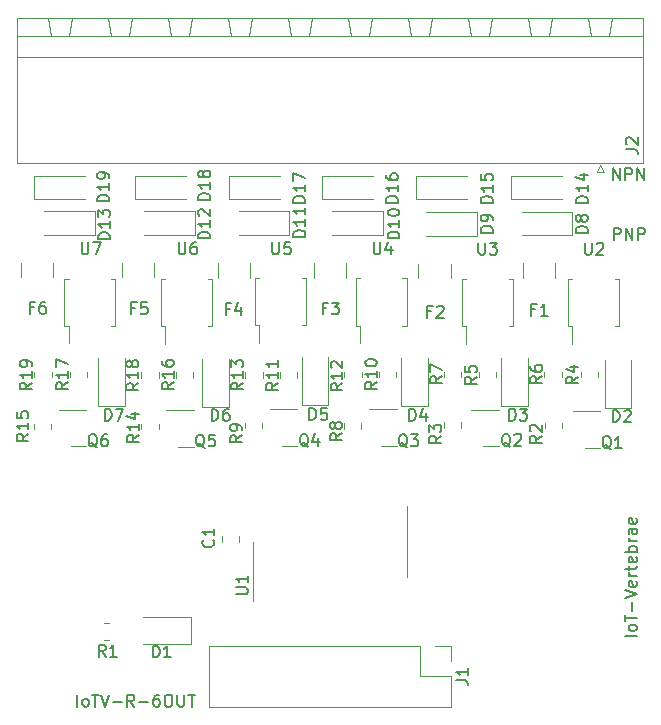
<source format=gbr>
%TF.GenerationSoftware,KiCad,Pcbnew,6.0.7+dfsg-1~bpo11+1*%
%TF.CreationDate,2022-10-12T23:41:27+02:00*%
%TF.ProjectId,rib6out_01,72696236-6f75-4745-9f30-312e6b696361,rev?*%
%TF.SameCoordinates,Original*%
%TF.FileFunction,Legend,Top*%
%TF.FilePolarity,Positive*%
%FSLAX46Y46*%
G04 Gerber Fmt 4.6, Leading zero omitted, Abs format (unit mm)*
G04 Created by KiCad (PCBNEW 6.0.7+dfsg-1~bpo11+1) date 2022-10-12 23:41:27*
%MOMM*%
%LPD*%
G01*
G04 APERTURE LIST*
%ADD10C,0.150000*%
%ADD11C,0.120000*%
G04 APERTURE END LIST*
D10*
X176940476Y-74352380D02*
X176940476Y-73352380D01*
X177511904Y-74352380D01*
X177511904Y-73352380D01*
X177988095Y-74352380D02*
X177988095Y-73352380D01*
X178369047Y-73352380D01*
X178464285Y-73400000D01*
X178511904Y-73447619D01*
X178559523Y-73542857D01*
X178559523Y-73685714D01*
X178511904Y-73780952D01*
X178464285Y-73828571D01*
X178369047Y-73876190D01*
X177988095Y-73876190D01*
X178988095Y-74352380D02*
X178988095Y-73352380D01*
X179559523Y-74352380D01*
X179559523Y-73352380D01*
X178952380Y-112976190D02*
X177952380Y-112976190D01*
X178952380Y-112357142D02*
X178904761Y-112452380D01*
X178857142Y-112500000D01*
X178761904Y-112547619D01*
X178476190Y-112547619D01*
X178380952Y-112500000D01*
X178333333Y-112452380D01*
X178285714Y-112357142D01*
X178285714Y-112214285D01*
X178333333Y-112119047D01*
X178380952Y-112071428D01*
X178476190Y-112023809D01*
X178761904Y-112023809D01*
X178857142Y-112071428D01*
X178904761Y-112119047D01*
X178952380Y-112214285D01*
X178952380Y-112357142D01*
X177952380Y-111738095D02*
X177952380Y-111166666D01*
X178952380Y-111452380D02*
X177952380Y-111452380D01*
X178571428Y-110833333D02*
X178571428Y-110071428D01*
X177952380Y-109738095D02*
X178952380Y-109404761D01*
X177952380Y-109071428D01*
X178904761Y-108357142D02*
X178952380Y-108452380D01*
X178952380Y-108642857D01*
X178904761Y-108738095D01*
X178809523Y-108785714D01*
X178428571Y-108785714D01*
X178333333Y-108738095D01*
X178285714Y-108642857D01*
X178285714Y-108452380D01*
X178333333Y-108357142D01*
X178428571Y-108309523D01*
X178523809Y-108309523D01*
X178619047Y-108785714D01*
X178952380Y-107880952D02*
X178285714Y-107880952D01*
X178476190Y-107880952D02*
X178380952Y-107833333D01*
X178333333Y-107785714D01*
X178285714Y-107690476D01*
X178285714Y-107595238D01*
X178285714Y-107404761D02*
X178285714Y-107023809D01*
X177952380Y-107261904D02*
X178809523Y-107261904D01*
X178904761Y-107214285D01*
X178952380Y-107119047D01*
X178952380Y-107023809D01*
X178904761Y-106309523D02*
X178952380Y-106404761D01*
X178952380Y-106595238D01*
X178904761Y-106690476D01*
X178809523Y-106738095D01*
X178428571Y-106738095D01*
X178333333Y-106690476D01*
X178285714Y-106595238D01*
X178285714Y-106404761D01*
X178333333Y-106309523D01*
X178428571Y-106261904D01*
X178523809Y-106261904D01*
X178619047Y-106738095D01*
X178952380Y-105833333D02*
X177952380Y-105833333D01*
X178333333Y-105833333D02*
X178285714Y-105738095D01*
X178285714Y-105547619D01*
X178333333Y-105452380D01*
X178380952Y-105404761D01*
X178476190Y-105357142D01*
X178761904Y-105357142D01*
X178857142Y-105404761D01*
X178904761Y-105452380D01*
X178952380Y-105547619D01*
X178952380Y-105738095D01*
X178904761Y-105833333D01*
X178952380Y-104928571D02*
X178285714Y-104928571D01*
X178476190Y-104928571D02*
X178380952Y-104880952D01*
X178333333Y-104833333D01*
X178285714Y-104738095D01*
X178285714Y-104642857D01*
X178952380Y-103880952D02*
X178428571Y-103880952D01*
X178333333Y-103928571D01*
X178285714Y-104023809D01*
X178285714Y-104214285D01*
X178333333Y-104309523D01*
X178904761Y-103880952D02*
X178952380Y-103976190D01*
X178952380Y-104214285D01*
X178904761Y-104309523D01*
X178809523Y-104357142D01*
X178714285Y-104357142D01*
X178619047Y-104309523D01*
X178571428Y-104214285D01*
X178571428Y-103976190D01*
X178523809Y-103880952D01*
X178904761Y-103023809D02*
X178952380Y-103119047D01*
X178952380Y-103309523D01*
X178904761Y-103404761D01*
X178809523Y-103452380D01*
X178428571Y-103452380D01*
X178333333Y-103404761D01*
X178285714Y-103309523D01*
X178285714Y-103119047D01*
X178333333Y-103023809D01*
X178428571Y-102976190D01*
X178523809Y-102976190D01*
X178619047Y-103452380D01*
X131595238Y-118952380D02*
X131595238Y-117952380D01*
X132214285Y-118952380D02*
X132119047Y-118904761D01*
X132071428Y-118857142D01*
X132023809Y-118761904D01*
X132023809Y-118476190D01*
X132071428Y-118380952D01*
X132119047Y-118333333D01*
X132214285Y-118285714D01*
X132357142Y-118285714D01*
X132452380Y-118333333D01*
X132500000Y-118380952D01*
X132547619Y-118476190D01*
X132547619Y-118761904D01*
X132500000Y-118857142D01*
X132452380Y-118904761D01*
X132357142Y-118952380D01*
X132214285Y-118952380D01*
X132833333Y-117952380D02*
X133404761Y-117952380D01*
X133119047Y-118952380D02*
X133119047Y-117952380D01*
X133595238Y-117952380D02*
X133928571Y-118952380D01*
X134261904Y-117952380D01*
X134595238Y-118571428D02*
X135357142Y-118571428D01*
X136404761Y-118952380D02*
X136071428Y-118476190D01*
X135833333Y-118952380D02*
X135833333Y-117952380D01*
X136214285Y-117952380D01*
X136309523Y-118000000D01*
X136357142Y-118047619D01*
X136404761Y-118142857D01*
X136404761Y-118285714D01*
X136357142Y-118380952D01*
X136309523Y-118428571D01*
X136214285Y-118476190D01*
X135833333Y-118476190D01*
X136833333Y-118571428D02*
X137595238Y-118571428D01*
X138500000Y-117952380D02*
X138309523Y-117952380D01*
X138214285Y-118000000D01*
X138166666Y-118047619D01*
X138071428Y-118190476D01*
X138023809Y-118380952D01*
X138023809Y-118761904D01*
X138071428Y-118857142D01*
X138119047Y-118904761D01*
X138214285Y-118952380D01*
X138404761Y-118952380D01*
X138500000Y-118904761D01*
X138547619Y-118857142D01*
X138595238Y-118761904D01*
X138595238Y-118523809D01*
X138547619Y-118428571D01*
X138500000Y-118380952D01*
X138404761Y-118333333D01*
X138214285Y-118333333D01*
X138119047Y-118380952D01*
X138071428Y-118428571D01*
X138023809Y-118523809D01*
X139214285Y-117952380D02*
X139404761Y-117952380D01*
X139500000Y-118000000D01*
X139595238Y-118095238D01*
X139642857Y-118285714D01*
X139642857Y-118619047D01*
X139595238Y-118809523D01*
X139500000Y-118904761D01*
X139404761Y-118952380D01*
X139214285Y-118952380D01*
X139119047Y-118904761D01*
X139023809Y-118809523D01*
X138976190Y-118619047D01*
X138976190Y-118285714D01*
X139023809Y-118095238D01*
X139119047Y-118000000D01*
X139214285Y-117952380D01*
X140071428Y-117952380D02*
X140071428Y-118761904D01*
X140119047Y-118857142D01*
X140166666Y-118904761D01*
X140261904Y-118952380D01*
X140452380Y-118952380D01*
X140547619Y-118904761D01*
X140595238Y-118857142D01*
X140642857Y-118761904D01*
X140642857Y-117952380D01*
X140976190Y-117952380D02*
X141547619Y-117952380D01*
X141261904Y-118952380D02*
X141261904Y-117952380D01*
X177014285Y-79452380D02*
X177014285Y-78452380D01*
X177395238Y-78452380D01*
X177490476Y-78500000D01*
X177538095Y-78547619D01*
X177585714Y-78642857D01*
X177585714Y-78785714D01*
X177538095Y-78880952D01*
X177490476Y-78928571D01*
X177395238Y-78976190D01*
X177014285Y-78976190D01*
X178014285Y-79452380D02*
X178014285Y-78452380D01*
X178585714Y-79452380D01*
X178585714Y-78452380D01*
X179061904Y-79452380D02*
X179061904Y-78452380D01*
X179442857Y-78452380D01*
X179538095Y-78500000D01*
X179585714Y-78547619D01*
X179633333Y-78642857D01*
X179633333Y-78785714D01*
X179585714Y-78880952D01*
X179538095Y-78928571D01*
X179442857Y-78976190D01*
X179061904Y-78976190D01*
%TO.C,U7*%
X131948095Y-79642380D02*
X131948095Y-80451904D01*
X131995714Y-80547142D01*
X132043333Y-80594761D01*
X132138571Y-80642380D01*
X132329047Y-80642380D01*
X132424285Y-80594761D01*
X132471904Y-80547142D01*
X132519523Y-80451904D01*
X132519523Y-79642380D01*
X132900476Y-79642380D02*
X133567142Y-79642380D01*
X133138571Y-80642380D01*
%TO.C,Q4*%
X151154761Y-96957619D02*
X151059523Y-96910000D01*
X150964285Y-96814761D01*
X150821428Y-96671904D01*
X150726190Y-96624285D01*
X150630952Y-96624285D01*
X150678571Y-96862380D02*
X150583333Y-96814761D01*
X150488095Y-96719523D01*
X150440476Y-96529047D01*
X150440476Y-96195714D01*
X150488095Y-96005238D01*
X150583333Y-95910000D01*
X150678571Y-95862380D01*
X150869047Y-95862380D01*
X150964285Y-95910000D01*
X151059523Y-96005238D01*
X151107142Y-96195714D01*
X151107142Y-96529047D01*
X151059523Y-96719523D01*
X150964285Y-96814761D01*
X150869047Y-96862380D01*
X150678571Y-96862380D01*
X151964285Y-96195714D02*
X151964285Y-96862380D01*
X151726190Y-95814761D02*
X151488095Y-96529047D01*
X152107142Y-96529047D01*
%TO.C,Q1*%
X176784761Y-97157619D02*
X176689523Y-97110000D01*
X176594285Y-97014761D01*
X176451428Y-96871904D01*
X176356190Y-96824285D01*
X176260952Y-96824285D01*
X176308571Y-97062380D02*
X176213333Y-97014761D01*
X176118095Y-96919523D01*
X176070476Y-96729047D01*
X176070476Y-96395714D01*
X176118095Y-96205238D01*
X176213333Y-96110000D01*
X176308571Y-96062380D01*
X176499047Y-96062380D01*
X176594285Y-96110000D01*
X176689523Y-96205238D01*
X176737142Y-96395714D01*
X176737142Y-96729047D01*
X176689523Y-96919523D01*
X176594285Y-97014761D01*
X176499047Y-97062380D01*
X176308571Y-97062380D01*
X177689523Y-97062380D02*
X177118095Y-97062380D01*
X177403809Y-97062380D02*
X177403809Y-96062380D01*
X177308571Y-96205238D01*
X177213333Y-96300476D01*
X177118095Y-96348095D01*
%TO.C,R15*%
X127452380Y-95862857D02*
X126976190Y-96196190D01*
X127452380Y-96434285D02*
X126452380Y-96434285D01*
X126452380Y-96053333D01*
X126500000Y-95958095D01*
X126547619Y-95910476D01*
X126642857Y-95862857D01*
X126785714Y-95862857D01*
X126880952Y-95910476D01*
X126928571Y-95958095D01*
X126976190Y-96053333D01*
X126976190Y-96434285D01*
X127452380Y-94910476D02*
X127452380Y-95481904D01*
X127452380Y-95196190D02*
X126452380Y-95196190D01*
X126595238Y-95291428D01*
X126690476Y-95386666D01*
X126738095Y-95481904D01*
X126452380Y-94005714D02*
X126452380Y-94481904D01*
X126928571Y-94529523D01*
X126880952Y-94481904D01*
X126833333Y-94386666D01*
X126833333Y-94148571D01*
X126880952Y-94053333D01*
X126928571Y-94005714D01*
X127023809Y-93958095D01*
X127261904Y-93958095D01*
X127357142Y-94005714D01*
X127404761Y-94053333D01*
X127452380Y-94148571D01*
X127452380Y-94386666D01*
X127404761Y-94481904D01*
X127357142Y-94529523D01*
%TO.C,D18*%
X142832380Y-76054285D02*
X141832380Y-76054285D01*
X141832380Y-75816190D01*
X141880000Y-75673333D01*
X141975238Y-75578095D01*
X142070476Y-75530476D01*
X142260952Y-75482857D01*
X142403809Y-75482857D01*
X142594285Y-75530476D01*
X142689523Y-75578095D01*
X142784761Y-75673333D01*
X142832380Y-75816190D01*
X142832380Y-76054285D01*
X142832380Y-74530476D02*
X142832380Y-75101904D01*
X142832380Y-74816190D02*
X141832380Y-74816190D01*
X141975238Y-74911428D01*
X142070476Y-75006666D01*
X142118095Y-75101904D01*
X142260952Y-73959047D02*
X142213333Y-74054285D01*
X142165714Y-74101904D01*
X142070476Y-74149523D01*
X142022857Y-74149523D01*
X141927619Y-74101904D01*
X141880000Y-74054285D01*
X141832380Y-73959047D01*
X141832380Y-73768571D01*
X141880000Y-73673333D01*
X141927619Y-73625714D01*
X142022857Y-73578095D01*
X142070476Y-73578095D01*
X142165714Y-73625714D01*
X142213333Y-73673333D01*
X142260952Y-73768571D01*
X142260952Y-73959047D01*
X142308571Y-74054285D01*
X142356190Y-74101904D01*
X142451428Y-74149523D01*
X142641904Y-74149523D01*
X142737142Y-74101904D01*
X142784761Y-74054285D01*
X142832380Y-73959047D01*
X142832380Y-73768571D01*
X142784761Y-73673333D01*
X142737142Y-73625714D01*
X142641904Y-73578095D01*
X142451428Y-73578095D01*
X142356190Y-73625714D01*
X142308571Y-73673333D01*
X142260952Y-73768571D01*
%TO.C,D4*%
X159691904Y-94742380D02*
X159691904Y-93742380D01*
X159930000Y-93742380D01*
X160072857Y-93790000D01*
X160168095Y-93885238D01*
X160215714Y-93980476D01*
X160263333Y-94170952D01*
X160263333Y-94313809D01*
X160215714Y-94504285D01*
X160168095Y-94599523D01*
X160072857Y-94694761D01*
X159930000Y-94742380D01*
X159691904Y-94742380D01*
X161120476Y-94075714D02*
X161120476Y-94742380D01*
X160882380Y-93694761D02*
X160644285Y-94409047D01*
X161263333Y-94409047D01*
%TO.C,R6*%
X170942380Y-90966666D02*
X170466190Y-91300000D01*
X170942380Y-91538095D02*
X169942380Y-91538095D01*
X169942380Y-91157142D01*
X169990000Y-91061904D01*
X170037619Y-91014285D01*
X170132857Y-90966666D01*
X170275714Y-90966666D01*
X170370952Y-91014285D01*
X170418571Y-91061904D01*
X170466190Y-91157142D01*
X170466190Y-91538095D01*
X169942380Y-90109523D02*
X169942380Y-90300000D01*
X169990000Y-90395238D01*
X170037619Y-90442857D01*
X170180476Y-90538095D01*
X170370952Y-90585714D01*
X170751904Y-90585714D01*
X170847142Y-90538095D01*
X170894761Y-90490476D01*
X170942380Y-90395238D01*
X170942380Y-90204761D01*
X170894761Y-90109523D01*
X170847142Y-90061904D01*
X170751904Y-90014285D01*
X170513809Y-90014285D01*
X170418571Y-90061904D01*
X170370952Y-90109523D01*
X170323333Y-90204761D01*
X170323333Y-90395238D01*
X170370952Y-90490476D01*
X170418571Y-90538095D01*
X170513809Y-90585714D01*
%TO.C,R12*%
X154032380Y-91592857D02*
X153556190Y-91926190D01*
X154032380Y-92164285D02*
X153032380Y-92164285D01*
X153032380Y-91783333D01*
X153080000Y-91688095D01*
X153127619Y-91640476D01*
X153222857Y-91592857D01*
X153365714Y-91592857D01*
X153460952Y-91640476D01*
X153508571Y-91688095D01*
X153556190Y-91783333D01*
X153556190Y-92164285D01*
X154032380Y-90640476D02*
X154032380Y-91211904D01*
X154032380Y-90926190D02*
X153032380Y-90926190D01*
X153175238Y-91021428D01*
X153270476Y-91116666D01*
X153318095Y-91211904D01*
X153127619Y-90259523D02*
X153080000Y-90211904D01*
X153032380Y-90116666D01*
X153032380Y-89878571D01*
X153080000Y-89783333D01*
X153127619Y-89735714D01*
X153222857Y-89688095D01*
X153318095Y-89688095D01*
X153460952Y-89735714D01*
X154032380Y-90307142D01*
X154032380Y-89688095D01*
%TO.C,D16*%
X158712380Y-76284285D02*
X157712380Y-76284285D01*
X157712380Y-76046190D01*
X157760000Y-75903333D01*
X157855238Y-75808095D01*
X157950476Y-75760476D01*
X158140952Y-75712857D01*
X158283809Y-75712857D01*
X158474285Y-75760476D01*
X158569523Y-75808095D01*
X158664761Y-75903333D01*
X158712380Y-76046190D01*
X158712380Y-76284285D01*
X158712380Y-74760476D02*
X158712380Y-75331904D01*
X158712380Y-75046190D02*
X157712380Y-75046190D01*
X157855238Y-75141428D01*
X157950476Y-75236666D01*
X157998095Y-75331904D01*
X157712380Y-73903333D02*
X157712380Y-74093809D01*
X157760000Y-74189047D01*
X157807619Y-74236666D01*
X157950476Y-74331904D01*
X158140952Y-74379523D01*
X158521904Y-74379523D01*
X158617142Y-74331904D01*
X158664761Y-74284285D01*
X158712380Y-74189047D01*
X158712380Y-73998571D01*
X158664761Y-73903333D01*
X158617142Y-73855714D01*
X158521904Y-73808095D01*
X158283809Y-73808095D01*
X158188571Y-73855714D01*
X158140952Y-73903333D01*
X158093333Y-73998571D01*
X158093333Y-74189047D01*
X158140952Y-74284285D01*
X158188571Y-74331904D01*
X158283809Y-74379523D01*
%TO.C,D17*%
X150862380Y-76284285D02*
X149862380Y-76284285D01*
X149862380Y-76046190D01*
X149910000Y-75903333D01*
X150005238Y-75808095D01*
X150100476Y-75760476D01*
X150290952Y-75712857D01*
X150433809Y-75712857D01*
X150624285Y-75760476D01*
X150719523Y-75808095D01*
X150814761Y-75903333D01*
X150862380Y-76046190D01*
X150862380Y-76284285D01*
X150862380Y-74760476D02*
X150862380Y-75331904D01*
X150862380Y-75046190D02*
X149862380Y-75046190D01*
X150005238Y-75141428D01*
X150100476Y-75236666D01*
X150148095Y-75331904D01*
X149862380Y-74427142D02*
X149862380Y-73760476D01*
X150862380Y-74189047D01*
%TO.C,Q2*%
X168264761Y-96957619D02*
X168169523Y-96910000D01*
X168074285Y-96814761D01*
X167931428Y-96671904D01*
X167836190Y-96624285D01*
X167740952Y-96624285D01*
X167788571Y-96862380D02*
X167693333Y-96814761D01*
X167598095Y-96719523D01*
X167550476Y-96529047D01*
X167550476Y-96195714D01*
X167598095Y-96005238D01*
X167693333Y-95910000D01*
X167788571Y-95862380D01*
X167979047Y-95862380D01*
X168074285Y-95910000D01*
X168169523Y-96005238D01*
X168217142Y-96195714D01*
X168217142Y-96529047D01*
X168169523Y-96719523D01*
X168074285Y-96814761D01*
X167979047Y-96862380D01*
X167788571Y-96862380D01*
X168598095Y-95957619D02*
X168645714Y-95910000D01*
X168740952Y-95862380D01*
X168979047Y-95862380D01*
X169074285Y-95910000D01*
X169121904Y-95957619D01*
X169169523Y-96052857D01*
X169169523Y-96148095D01*
X169121904Y-96290952D01*
X168550476Y-96862380D01*
X169169523Y-96862380D01*
%TO.C,D14*%
X174812380Y-76294285D02*
X173812380Y-76294285D01*
X173812380Y-76056190D01*
X173860000Y-75913333D01*
X173955238Y-75818095D01*
X174050476Y-75770476D01*
X174240952Y-75722857D01*
X174383809Y-75722857D01*
X174574285Y-75770476D01*
X174669523Y-75818095D01*
X174764761Y-75913333D01*
X174812380Y-76056190D01*
X174812380Y-76294285D01*
X174812380Y-74770476D02*
X174812380Y-75341904D01*
X174812380Y-75056190D02*
X173812380Y-75056190D01*
X173955238Y-75151428D01*
X174050476Y-75246666D01*
X174098095Y-75341904D01*
X174145714Y-73913333D02*
X174812380Y-73913333D01*
X173764761Y-74151428D02*
X174479047Y-74389523D01*
X174479047Y-73770476D01*
%TO.C,D19*%
X134282380Y-76174285D02*
X133282380Y-76174285D01*
X133282380Y-75936190D01*
X133330000Y-75793333D01*
X133425238Y-75698095D01*
X133520476Y-75650476D01*
X133710952Y-75602857D01*
X133853809Y-75602857D01*
X134044285Y-75650476D01*
X134139523Y-75698095D01*
X134234761Y-75793333D01*
X134282380Y-75936190D01*
X134282380Y-76174285D01*
X134282380Y-74650476D02*
X134282380Y-75221904D01*
X134282380Y-74936190D02*
X133282380Y-74936190D01*
X133425238Y-75031428D01*
X133520476Y-75126666D01*
X133568095Y-75221904D01*
X134282380Y-74174285D02*
X134282380Y-73983809D01*
X134234761Y-73888571D01*
X134187142Y-73840952D01*
X134044285Y-73745714D01*
X133853809Y-73698095D01*
X133472857Y-73698095D01*
X133377619Y-73745714D01*
X133330000Y-73793333D01*
X133282380Y-73888571D01*
X133282380Y-74079047D01*
X133330000Y-74174285D01*
X133377619Y-74221904D01*
X133472857Y-74269523D01*
X133710952Y-74269523D01*
X133806190Y-74221904D01*
X133853809Y-74174285D01*
X133901428Y-74079047D01*
X133901428Y-73888571D01*
X133853809Y-73793333D01*
X133806190Y-73745714D01*
X133710952Y-73698095D01*
%TO.C,D15*%
X166742380Y-76314285D02*
X165742380Y-76314285D01*
X165742380Y-76076190D01*
X165790000Y-75933333D01*
X165885238Y-75838095D01*
X165980476Y-75790476D01*
X166170952Y-75742857D01*
X166313809Y-75742857D01*
X166504285Y-75790476D01*
X166599523Y-75838095D01*
X166694761Y-75933333D01*
X166742380Y-76076190D01*
X166742380Y-76314285D01*
X166742380Y-74790476D02*
X166742380Y-75361904D01*
X166742380Y-75076190D02*
X165742380Y-75076190D01*
X165885238Y-75171428D01*
X165980476Y-75266666D01*
X166028095Y-75361904D01*
X165742380Y-73885714D02*
X165742380Y-74361904D01*
X166218571Y-74409523D01*
X166170952Y-74361904D01*
X166123333Y-74266666D01*
X166123333Y-74028571D01*
X166170952Y-73933333D01*
X166218571Y-73885714D01*
X166313809Y-73838095D01*
X166551904Y-73838095D01*
X166647142Y-73885714D01*
X166694761Y-73933333D01*
X166742380Y-74028571D01*
X166742380Y-74266666D01*
X166694761Y-74361904D01*
X166647142Y-74409523D01*
%TO.C,D11*%
X150892380Y-79174285D02*
X149892380Y-79174285D01*
X149892380Y-78936190D01*
X149940000Y-78793333D01*
X150035238Y-78698095D01*
X150130476Y-78650476D01*
X150320952Y-78602857D01*
X150463809Y-78602857D01*
X150654285Y-78650476D01*
X150749523Y-78698095D01*
X150844761Y-78793333D01*
X150892380Y-78936190D01*
X150892380Y-79174285D01*
X150892380Y-77650476D02*
X150892380Y-78221904D01*
X150892380Y-77936190D02*
X149892380Y-77936190D01*
X150035238Y-78031428D01*
X150130476Y-78126666D01*
X150178095Y-78221904D01*
X150892380Y-76698095D02*
X150892380Y-77269523D01*
X150892380Y-76983809D02*
X149892380Y-76983809D01*
X150035238Y-77079047D01*
X150130476Y-77174285D01*
X150178095Y-77269523D01*
%TO.C,F2*%
X161566666Y-85488571D02*
X161233333Y-85488571D01*
X161233333Y-86012380D02*
X161233333Y-85012380D01*
X161709523Y-85012380D01*
X162042857Y-85107619D02*
X162090476Y-85060000D01*
X162185714Y-85012380D01*
X162423809Y-85012380D01*
X162519047Y-85060000D01*
X162566666Y-85107619D01*
X162614285Y-85202857D01*
X162614285Y-85298095D01*
X162566666Y-85440952D01*
X161995238Y-86012380D01*
X162614285Y-86012380D01*
%TO.C,F3*%
X152686666Y-85218571D02*
X152353333Y-85218571D01*
X152353333Y-85742380D02*
X152353333Y-84742380D01*
X152829523Y-84742380D01*
X153115238Y-84742380D02*
X153734285Y-84742380D01*
X153400952Y-85123333D01*
X153543809Y-85123333D01*
X153639047Y-85170952D01*
X153686666Y-85218571D01*
X153734285Y-85313809D01*
X153734285Y-85551904D01*
X153686666Y-85647142D01*
X153639047Y-85694761D01*
X153543809Y-85742380D01*
X153258095Y-85742380D01*
X153162857Y-85694761D01*
X153115238Y-85647142D01*
%TO.C,Q3*%
X159534761Y-97007619D02*
X159439523Y-96960000D01*
X159344285Y-96864761D01*
X159201428Y-96721904D01*
X159106190Y-96674285D01*
X159010952Y-96674285D01*
X159058571Y-96912380D02*
X158963333Y-96864761D01*
X158868095Y-96769523D01*
X158820476Y-96579047D01*
X158820476Y-96245714D01*
X158868095Y-96055238D01*
X158963333Y-95960000D01*
X159058571Y-95912380D01*
X159249047Y-95912380D01*
X159344285Y-95960000D01*
X159439523Y-96055238D01*
X159487142Y-96245714D01*
X159487142Y-96579047D01*
X159439523Y-96769523D01*
X159344285Y-96864761D01*
X159249047Y-96912380D01*
X159058571Y-96912380D01*
X159820476Y-95912380D02*
X160439523Y-95912380D01*
X160106190Y-96293333D01*
X160249047Y-96293333D01*
X160344285Y-96340952D01*
X160391904Y-96388571D01*
X160439523Y-96483809D01*
X160439523Y-96721904D01*
X160391904Y-96817142D01*
X160344285Y-96864761D01*
X160249047Y-96912380D01*
X159963333Y-96912380D01*
X159868095Y-96864761D01*
X159820476Y-96817142D01*
%TO.C,R3*%
X162392380Y-96036666D02*
X161916190Y-96370000D01*
X162392380Y-96608095D02*
X161392380Y-96608095D01*
X161392380Y-96227142D01*
X161440000Y-96131904D01*
X161487619Y-96084285D01*
X161582857Y-96036666D01*
X161725714Y-96036666D01*
X161820952Y-96084285D01*
X161868571Y-96131904D01*
X161916190Y-96227142D01*
X161916190Y-96608095D01*
X161392380Y-95703333D02*
X161392380Y-95084285D01*
X161773333Y-95417619D01*
X161773333Y-95274761D01*
X161820952Y-95179523D01*
X161868571Y-95131904D01*
X161963809Y-95084285D01*
X162201904Y-95084285D01*
X162297142Y-95131904D01*
X162344761Y-95179523D01*
X162392380Y-95274761D01*
X162392380Y-95560476D01*
X162344761Y-95655714D01*
X162297142Y-95703333D01*
%TO.C,D2*%
X176931904Y-94852380D02*
X176931904Y-93852380D01*
X177170000Y-93852380D01*
X177312857Y-93900000D01*
X177408095Y-93995238D01*
X177455714Y-94090476D01*
X177503333Y-94280952D01*
X177503333Y-94423809D01*
X177455714Y-94614285D01*
X177408095Y-94709523D01*
X177312857Y-94804761D01*
X177170000Y-94852380D01*
X176931904Y-94852380D01*
X177884285Y-93947619D02*
X177931904Y-93900000D01*
X178027142Y-93852380D01*
X178265238Y-93852380D01*
X178360476Y-93900000D01*
X178408095Y-93947619D01*
X178455714Y-94042857D01*
X178455714Y-94138095D01*
X178408095Y-94280952D01*
X177836666Y-94852380D01*
X178455714Y-94852380D01*
%TO.C,F1*%
X170366666Y-85323571D02*
X170033333Y-85323571D01*
X170033333Y-85847380D02*
X170033333Y-84847380D01*
X170509523Y-84847380D01*
X171414285Y-85847380D02*
X170842857Y-85847380D01*
X171128571Y-85847380D02*
X171128571Y-84847380D01*
X171033333Y-84990238D01*
X170938095Y-85085476D01*
X170842857Y-85133095D01*
%TO.C,R18*%
X136752380Y-91552857D02*
X136276190Y-91886190D01*
X136752380Y-92124285D02*
X135752380Y-92124285D01*
X135752380Y-91743333D01*
X135800000Y-91648095D01*
X135847619Y-91600476D01*
X135942857Y-91552857D01*
X136085714Y-91552857D01*
X136180952Y-91600476D01*
X136228571Y-91648095D01*
X136276190Y-91743333D01*
X136276190Y-92124285D01*
X136752380Y-90600476D02*
X136752380Y-91171904D01*
X136752380Y-90886190D02*
X135752380Y-90886190D01*
X135895238Y-90981428D01*
X135990476Y-91076666D01*
X136038095Y-91171904D01*
X136180952Y-90029047D02*
X136133333Y-90124285D01*
X136085714Y-90171904D01*
X135990476Y-90219523D01*
X135942857Y-90219523D01*
X135847619Y-90171904D01*
X135800000Y-90124285D01*
X135752380Y-90029047D01*
X135752380Y-89838571D01*
X135800000Y-89743333D01*
X135847619Y-89695714D01*
X135942857Y-89648095D01*
X135990476Y-89648095D01*
X136085714Y-89695714D01*
X136133333Y-89743333D01*
X136180952Y-89838571D01*
X136180952Y-90029047D01*
X136228571Y-90124285D01*
X136276190Y-90171904D01*
X136371428Y-90219523D01*
X136561904Y-90219523D01*
X136657142Y-90171904D01*
X136704761Y-90124285D01*
X136752380Y-90029047D01*
X136752380Y-89838571D01*
X136704761Y-89743333D01*
X136657142Y-89695714D01*
X136561904Y-89648095D01*
X136371428Y-89648095D01*
X136276190Y-89695714D01*
X136228571Y-89743333D01*
X136180952Y-89838571D01*
%TO.C,U6*%
X140168095Y-79652380D02*
X140168095Y-80461904D01*
X140215714Y-80557142D01*
X140263333Y-80604761D01*
X140358571Y-80652380D01*
X140549047Y-80652380D01*
X140644285Y-80604761D01*
X140691904Y-80557142D01*
X140739523Y-80461904D01*
X140739523Y-79652380D01*
X141644285Y-79652380D02*
X141453809Y-79652380D01*
X141358571Y-79700000D01*
X141310952Y-79747619D01*
X141215714Y-79890476D01*
X141168095Y-80080952D01*
X141168095Y-80461904D01*
X141215714Y-80557142D01*
X141263333Y-80604761D01*
X141358571Y-80652380D01*
X141549047Y-80652380D01*
X141644285Y-80604761D01*
X141691904Y-80557142D01*
X141739523Y-80461904D01*
X141739523Y-80223809D01*
X141691904Y-80128571D01*
X141644285Y-80080952D01*
X141549047Y-80033333D01*
X141358571Y-80033333D01*
X141263333Y-80080952D01*
X141215714Y-80128571D01*
X141168095Y-80223809D01*
%TO.C,R16*%
X139742380Y-91492857D02*
X139266190Y-91826190D01*
X139742380Y-92064285D02*
X138742380Y-92064285D01*
X138742380Y-91683333D01*
X138790000Y-91588095D01*
X138837619Y-91540476D01*
X138932857Y-91492857D01*
X139075714Y-91492857D01*
X139170952Y-91540476D01*
X139218571Y-91588095D01*
X139266190Y-91683333D01*
X139266190Y-92064285D01*
X139742380Y-90540476D02*
X139742380Y-91111904D01*
X139742380Y-90826190D02*
X138742380Y-90826190D01*
X138885238Y-90921428D01*
X138980476Y-91016666D01*
X139028095Y-91111904D01*
X138742380Y-89683333D02*
X138742380Y-89873809D01*
X138790000Y-89969047D01*
X138837619Y-90016666D01*
X138980476Y-90111904D01*
X139170952Y-90159523D01*
X139551904Y-90159523D01*
X139647142Y-90111904D01*
X139694761Y-90064285D01*
X139742380Y-89969047D01*
X139742380Y-89778571D01*
X139694761Y-89683333D01*
X139647142Y-89635714D01*
X139551904Y-89588095D01*
X139313809Y-89588095D01*
X139218571Y-89635714D01*
X139170952Y-89683333D01*
X139123333Y-89778571D01*
X139123333Y-89969047D01*
X139170952Y-90064285D01*
X139218571Y-90111904D01*
X139313809Y-90159523D01*
%TO.C,D7*%
X133921904Y-94732380D02*
X133921904Y-93732380D01*
X134160000Y-93732380D01*
X134302857Y-93780000D01*
X134398095Y-93875238D01*
X134445714Y-93970476D01*
X134493333Y-94160952D01*
X134493333Y-94303809D01*
X134445714Y-94494285D01*
X134398095Y-94589523D01*
X134302857Y-94684761D01*
X134160000Y-94732380D01*
X133921904Y-94732380D01*
X134826666Y-93732380D02*
X135493333Y-93732380D01*
X135064761Y-94732380D01*
%TO.C,R17*%
X130792380Y-91502857D02*
X130316190Y-91836190D01*
X130792380Y-92074285D02*
X129792380Y-92074285D01*
X129792380Y-91693333D01*
X129840000Y-91598095D01*
X129887619Y-91550476D01*
X129982857Y-91502857D01*
X130125714Y-91502857D01*
X130220952Y-91550476D01*
X130268571Y-91598095D01*
X130316190Y-91693333D01*
X130316190Y-92074285D01*
X130792380Y-90550476D02*
X130792380Y-91121904D01*
X130792380Y-90836190D02*
X129792380Y-90836190D01*
X129935238Y-90931428D01*
X130030476Y-91026666D01*
X130078095Y-91121904D01*
X129792380Y-90217142D02*
X129792380Y-89550476D01*
X130792380Y-89979047D01*
%TO.C,D9*%
X166742380Y-78828095D02*
X165742380Y-78828095D01*
X165742380Y-78590000D01*
X165790000Y-78447142D01*
X165885238Y-78351904D01*
X165980476Y-78304285D01*
X166170952Y-78256666D01*
X166313809Y-78256666D01*
X166504285Y-78304285D01*
X166599523Y-78351904D01*
X166694761Y-78447142D01*
X166742380Y-78590000D01*
X166742380Y-78828095D01*
X166742380Y-77780476D02*
X166742380Y-77590000D01*
X166694761Y-77494761D01*
X166647142Y-77447142D01*
X166504285Y-77351904D01*
X166313809Y-77304285D01*
X165932857Y-77304285D01*
X165837619Y-77351904D01*
X165790000Y-77399523D01*
X165742380Y-77494761D01*
X165742380Y-77685238D01*
X165790000Y-77780476D01*
X165837619Y-77828095D01*
X165932857Y-77875714D01*
X166170952Y-77875714D01*
X166266190Y-77828095D01*
X166313809Y-77780476D01*
X166361428Y-77685238D01*
X166361428Y-77494761D01*
X166313809Y-77399523D01*
X166266190Y-77351904D01*
X166170952Y-77304285D01*
%TO.C,D12*%
X142832380Y-79304285D02*
X141832380Y-79304285D01*
X141832380Y-79066190D01*
X141880000Y-78923333D01*
X141975238Y-78828095D01*
X142070476Y-78780476D01*
X142260952Y-78732857D01*
X142403809Y-78732857D01*
X142594285Y-78780476D01*
X142689523Y-78828095D01*
X142784761Y-78923333D01*
X142832380Y-79066190D01*
X142832380Y-79304285D01*
X142832380Y-77780476D02*
X142832380Y-78351904D01*
X142832380Y-78066190D02*
X141832380Y-78066190D01*
X141975238Y-78161428D01*
X142070476Y-78256666D01*
X142118095Y-78351904D01*
X141927619Y-77399523D02*
X141880000Y-77351904D01*
X141832380Y-77256666D01*
X141832380Y-77018571D01*
X141880000Y-76923333D01*
X141927619Y-76875714D01*
X142022857Y-76828095D01*
X142118095Y-76828095D01*
X142260952Y-76875714D01*
X142832380Y-77447142D01*
X142832380Y-76828095D01*
%TO.C,D3*%
X168141904Y-94732380D02*
X168141904Y-93732380D01*
X168380000Y-93732380D01*
X168522857Y-93780000D01*
X168618095Y-93875238D01*
X168665714Y-93970476D01*
X168713333Y-94160952D01*
X168713333Y-94303809D01*
X168665714Y-94494285D01*
X168618095Y-94589523D01*
X168522857Y-94684761D01*
X168380000Y-94732380D01*
X168141904Y-94732380D01*
X169046666Y-93732380D02*
X169665714Y-93732380D01*
X169332380Y-94113333D01*
X169475238Y-94113333D01*
X169570476Y-94160952D01*
X169618095Y-94208571D01*
X169665714Y-94303809D01*
X169665714Y-94541904D01*
X169618095Y-94637142D01*
X169570476Y-94684761D01*
X169475238Y-94732380D01*
X169189523Y-94732380D01*
X169094285Y-94684761D01*
X169046666Y-94637142D01*
%TO.C,J1*%
X163672380Y-116723333D02*
X164386666Y-116723333D01*
X164529523Y-116770952D01*
X164624761Y-116866190D01*
X164672380Y-117009047D01*
X164672380Y-117104285D01*
X164672380Y-115723333D02*
X164672380Y-116294761D01*
X164672380Y-116009047D02*
X163672380Y-116009047D01*
X163815238Y-116104285D01*
X163910476Y-116199523D01*
X163958095Y-116294761D01*
%TO.C,U2*%
X174568095Y-79682380D02*
X174568095Y-80491904D01*
X174615714Y-80587142D01*
X174663333Y-80634761D01*
X174758571Y-80682380D01*
X174949047Y-80682380D01*
X175044285Y-80634761D01*
X175091904Y-80587142D01*
X175139523Y-80491904D01*
X175139523Y-79682380D01*
X175568095Y-79777619D02*
X175615714Y-79730000D01*
X175710952Y-79682380D01*
X175949047Y-79682380D01*
X176044285Y-79730000D01*
X176091904Y-79777619D01*
X176139523Y-79872857D01*
X176139523Y-79968095D01*
X176091904Y-80110952D01*
X175520476Y-80682380D01*
X176139523Y-80682380D01*
%TO.C,D10*%
X158862380Y-79304285D02*
X157862380Y-79304285D01*
X157862380Y-79066190D01*
X157910000Y-78923333D01*
X158005238Y-78828095D01*
X158100476Y-78780476D01*
X158290952Y-78732857D01*
X158433809Y-78732857D01*
X158624285Y-78780476D01*
X158719523Y-78828095D01*
X158814761Y-78923333D01*
X158862380Y-79066190D01*
X158862380Y-79304285D01*
X158862380Y-77780476D02*
X158862380Y-78351904D01*
X158862380Y-78066190D02*
X157862380Y-78066190D01*
X158005238Y-78161428D01*
X158100476Y-78256666D01*
X158148095Y-78351904D01*
X157862380Y-77161428D02*
X157862380Y-77066190D01*
X157910000Y-76970952D01*
X157957619Y-76923333D01*
X158052857Y-76875714D01*
X158243333Y-76828095D01*
X158481428Y-76828095D01*
X158671904Y-76875714D01*
X158767142Y-76923333D01*
X158814761Y-76970952D01*
X158862380Y-77066190D01*
X158862380Y-77161428D01*
X158814761Y-77256666D01*
X158767142Y-77304285D01*
X158671904Y-77351904D01*
X158481428Y-77399523D01*
X158243333Y-77399523D01*
X158052857Y-77351904D01*
X157957619Y-77304285D01*
X157910000Y-77256666D01*
X157862380Y-77161428D01*
%TO.C,F4*%
X144476666Y-85258571D02*
X144143333Y-85258571D01*
X144143333Y-85782380D02*
X144143333Y-84782380D01*
X144619523Y-84782380D01*
X145429047Y-85115714D02*
X145429047Y-85782380D01*
X145190952Y-84734761D02*
X144952857Y-85449047D01*
X145571904Y-85449047D01*
%TO.C,C1*%
X143077142Y-104846666D02*
X143124761Y-104894285D01*
X143172380Y-105037142D01*
X143172380Y-105132380D01*
X143124761Y-105275238D01*
X143029523Y-105370476D01*
X142934285Y-105418095D01*
X142743809Y-105465714D01*
X142600952Y-105465714D01*
X142410476Y-105418095D01*
X142315238Y-105370476D01*
X142220000Y-105275238D01*
X142172380Y-105132380D01*
X142172380Y-105037142D01*
X142220000Y-104894285D01*
X142267619Y-104846666D01*
X143172380Y-103894285D02*
X143172380Y-104465714D01*
X143172380Y-104180000D02*
X142172380Y-104180000D01*
X142315238Y-104275238D01*
X142410476Y-104370476D01*
X142458095Y-104465714D01*
%TO.C,D13*%
X134352380Y-79364285D02*
X133352380Y-79364285D01*
X133352380Y-79126190D01*
X133400000Y-78983333D01*
X133495238Y-78888095D01*
X133590476Y-78840476D01*
X133780952Y-78792857D01*
X133923809Y-78792857D01*
X134114285Y-78840476D01*
X134209523Y-78888095D01*
X134304761Y-78983333D01*
X134352380Y-79126190D01*
X134352380Y-79364285D01*
X134352380Y-77840476D02*
X134352380Y-78411904D01*
X134352380Y-78126190D02*
X133352380Y-78126190D01*
X133495238Y-78221428D01*
X133590476Y-78316666D01*
X133638095Y-78411904D01*
X133352380Y-77507142D02*
X133352380Y-76888095D01*
X133733333Y-77221428D01*
X133733333Y-77078571D01*
X133780952Y-76983333D01*
X133828571Y-76935714D01*
X133923809Y-76888095D01*
X134161904Y-76888095D01*
X134257142Y-76935714D01*
X134304761Y-76983333D01*
X134352380Y-77078571D01*
X134352380Y-77364285D01*
X134304761Y-77459523D01*
X134257142Y-77507142D01*
%TO.C,R8*%
X153982380Y-95826666D02*
X153506190Y-96160000D01*
X153982380Y-96398095D02*
X152982380Y-96398095D01*
X152982380Y-96017142D01*
X153030000Y-95921904D01*
X153077619Y-95874285D01*
X153172857Y-95826666D01*
X153315714Y-95826666D01*
X153410952Y-95874285D01*
X153458571Y-95921904D01*
X153506190Y-96017142D01*
X153506190Y-96398095D01*
X153410952Y-95255238D02*
X153363333Y-95350476D01*
X153315714Y-95398095D01*
X153220476Y-95445714D01*
X153172857Y-95445714D01*
X153077619Y-95398095D01*
X153030000Y-95350476D01*
X152982380Y-95255238D01*
X152982380Y-95064761D01*
X153030000Y-94969523D01*
X153077619Y-94921904D01*
X153172857Y-94874285D01*
X153220476Y-94874285D01*
X153315714Y-94921904D01*
X153363333Y-94969523D01*
X153410952Y-95064761D01*
X153410952Y-95255238D01*
X153458571Y-95350476D01*
X153506190Y-95398095D01*
X153601428Y-95445714D01*
X153791904Y-95445714D01*
X153887142Y-95398095D01*
X153934761Y-95350476D01*
X153982380Y-95255238D01*
X153982380Y-95064761D01*
X153934761Y-94969523D01*
X153887142Y-94921904D01*
X153791904Y-94874285D01*
X153601428Y-94874285D01*
X153506190Y-94921904D01*
X153458571Y-94969523D01*
X153410952Y-95064761D01*
%TO.C,R11*%
X148562380Y-91542857D02*
X148086190Y-91876190D01*
X148562380Y-92114285D02*
X147562380Y-92114285D01*
X147562380Y-91733333D01*
X147610000Y-91638095D01*
X147657619Y-91590476D01*
X147752857Y-91542857D01*
X147895714Y-91542857D01*
X147990952Y-91590476D01*
X148038571Y-91638095D01*
X148086190Y-91733333D01*
X148086190Y-92114285D01*
X148562380Y-90590476D02*
X148562380Y-91161904D01*
X148562380Y-90876190D02*
X147562380Y-90876190D01*
X147705238Y-90971428D01*
X147800476Y-91066666D01*
X147848095Y-91161904D01*
X148562380Y-89638095D02*
X148562380Y-90209523D01*
X148562380Y-89923809D02*
X147562380Y-89923809D01*
X147705238Y-90019047D01*
X147800476Y-90114285D01*
X147848095Y-90209523D01*
%TO.C,U3*%
X165548095Y-79682380D02*
X165548095Y-80491904D01*
X165595714Y-80587142D01*
X165643333Y-80634761D01*
X165738571Y-80682380D01*
X165929047Y-80682380D01*
X166024285Y-80634761D01*
X166071904Y-80587142D01*
X166119523Y-80491904D01*
X166119523Y-79682380D01*
X166500476Y-79682380D02*
X167119523Y-79682380D01*
X166786190Y-80063333D01*
X166929047Y-80063333D01*
X167024285Y-80110952D01*
X167071904Y-80158571D01*
X167119523Y-80253809D01*
X167119523Y-80491904D01*
X167071904Y-80587142D01*
X167024285Y-80634761D01*
X166929047Y-80682380D01*
X166643333Y-80682380D01*
X166548095Y-80634761D01*
X166500476Y-80587142D01*
%TO.C,R5*%
X165392380Y-91036666D02*
X164916190Y-91370000D01*
X165392380Y-91608095D02*
X164392380Y-91608095D01*
X164392380Y-91227142D01*
X164440000Y-91131904D01*
X164487619Y-91084285D01*
X164582857Y-91036666D01*
X164725714Y-91036666D01*
X164820952Y-91084285D01*
X164868571Y-91131904D01*
X164916190Y-91227142D01*
X164916190Y-91608095D01*
X164392380Y-90131904D02*
X164392380Y-90608095D01*
X164868571Y-90655714D01*
X164820952Y-90608095D01*
X164773333Y-90512857D01*
X164773333Y-90274761D01*
X164820952Y-90179523D01*
X164868571Y-90131904D01*
X164963809Y-90084285D01*
X165201904Y-90084285D01*
X165297142Y-90131904D01*
X165344761Y-90179523D01*
X165392380Y-90274761D01*
X165392380Y-90512857D01*
X165344761Y-90608095D01*
X165297142Y-90655714D01*
%TO.C,F5*%
X136486666Y-85208571D02*
X136153333Y-85208571D01*
X136153333Y-85732380D02*
X136153333Y-84732380D01*
X136629523Y-84732380D01*
X137486666Y-84732380D02*
X137010476Y-84732380D01*
X136962857Y-85208571D01*
X137010476Y-85160952D01*
X137105714Y-85113333D01*
X137343809Y-85113333D01*
X137439047Y-85160952D01*
X137486666Y-85208571D01*
X137534285Y-85303809D01*
X137534285Y-85541904D01*
X137486666Y-85637142D01*
X137439047Y-85684761D01*
X137343809Y-85732380D01*
X137105714Y-85732380D01*
X137010476Y-85684761D01*
X136962857Y-85637142D01*
%TO.C,D1*%
X137981904Y-114782380D02*
X137981904Y-113782380D01*
X138220000Y-113782380D01*
X138362857Y-113830000D01*
X138458095Y-113925238D01*
X138505714Y-114020476D01*
X138553333Y-114210952D01*
X138553333Y-114353809D01*
X138505714Y-114544285D01*
X138458095Y-114639523D01*
X138362857Y-114734761D01*
X138220000Y-114782380D01*
X137981904Y-114782380D01*
X139505714Y-114782380D02*
X138934285Y-114782380D01*
X139220000Y-114782380D02*
X139220000Y-113782380D01*
X139124761Y-113925238D01*
X139029523Y-114020476D01*
X138934285Y-114068095D01*
%TO.C,R4*%
X173982380Y-91016666D02*
X173506190Y-91350000D01*
X173982380Y-91588095D02*
X172982380Y-91588095D01*
X172982380Y-91207142D01*
X173030000Y-91111904D01*
X173077619Y-91064285D01*
X173172857Y-91016666D01*
X173315714Y-91016666D01*
X173410952Y-91064285D01*
X173458571Y-91111904D01*
X173506190Y-91207142D01*
X173506190Y-91588095D01*
X173315714Y-90159523D02*
X173982380Y-90159523D01*
X172934761Y-90397619D02*
X173649047Y-90635714D01*
X173649047Y-90016666D01*
%TO.C,R9*%
X145512380Y-95996666D02*
X145036190Y-96330000D01*
X145512380Y-96568095D02*
X144512380Y-96568095D01*
X144512380Y-96187142D01*
X144560000Y-96091904D01*
X144607619Y-96044285D01*
X144702857Y-95996666D01*
X144845714Y-95996666D01*
X144940952Y-96044285D01*
X144988571Y-96091904D01*
X145036190Y-96187142D01*
X145036190Y-96568095D01*
X145512380Y-95520476D02*
X145512380Y-95330000D01*
X145464761Y-95234761D01*
X145417142Y-95187142D01*
X145274285Y-95091904D01*
X145083809Y-95044285D01*
X144702857Y-95044285D01*
X144607619Y-95091904D01*
X144560000Y-95139523D01*
X144512380Y-95234761D01*
X144512380Y-95425238D01*
X144560000Y-95520476D01*
X144607619Y-95568095D01*
X144702857Y-95615714D01*
X144940952Y-95615714D01*
X145036190Y-95568095D01*
X145083809Y-95520476D01*
X145131428Y-95425238D01*
X145131428Y-95234761D01*
X145083809Y-95139523D01*
X145036190Y-95091904D01*
X144940952Y-95044285D01*
%TO.C,R13*%
X145602380Y-91522857D02*
X145126190Y-91856190D01*
X145602380Y-92094285D02*
X144602380Y-92094285D01*
X144602380Y-91713333D01*
X144650000Y-91618095D01*
X144697619Y-91570476D01*
X144792857Y-91522857D01*
X144935714Y-91522857D01*
X145030952Y-91570476D01*
X145078571Y-91618095D01*
X145126190Y-91713333D01*
X145126190Y-92094285D01*
X145602380Y-90570476D02*
X145602380Y-91141904D01*
X145602380Y-90856190D02*
X144602380Y-90856190D01*
X144745238Y-90951428D01*
X144840476Y-91046666D01*
X144888095Y-91141904D01*
X144602380Y-90237142D02*
X144602380Y-89618095D01*
X144983333Y-89951428D01*
X144983333Y-89808571D01*
X145030952Y-89713333D01*
X145078571Y-89665714D01*
X145173809Y-89618095D01*
X145411904Y-89618095D01*
X145507142Y-89665714D01*
X145554761Y-89713333D01*
X145602380Y-89808571D01*
X145602380Y-90094285D01*
X145554761Y-90189523D01*
X145507142Y-90237142D01*
%TO.C,R19*%
X127722380Y-91522857D02*
X127246190Y-91856190D01*
X127722380Y-92094285D02*
X126722380Y-92094285D01*
X126722380Y-91713333D01*
X126770000Y-91618095D01*
X126817619Y-91570476D01*
X126912857Y-91522857D01*
X127055714Y-91522857D01*
X127150952Y-91570476D01*
X127198571Y-91618095D01*
X127246190Y-91713333D01*
X127246190Y-92094285D01*
X127722380Y-90570476D02*
X127722380Y-91141904D01*
X127722380Y-90856190D02*
X126722380Y-90856190D01*
X126865238Y-90951428D01*
X126960476Y-91046666D01*
X127008095Y-91141904D01*
X127722380Y-90094285D02*
X127722380Y-89903809D01*
X127674761Y-89808571D01*
X127627142Y-89760952D01*
X127484285Y-89665714D01*
X127293809Y-89618095D01*
X126912857Y-89618095D01*
X126817619Y-89665714D01*
X126770000Y-89713333D01*
X126722380Y-89808571D01*
X126722380Y-89999047D01*
X126770000Y-90094285D01*
X126817619Y-90141904D01*
X126912857Y-90189523D01*
X127150952Y-90189523D01*
X127246190Y-90141904D01*
X127293809Y-90094285D01*
X127341428Y-89999047D01*
X127341428Y-89808571D01*
X127293809Y-89713333D01*
X127246190Y-89665714D01*
X127150952Y-89618095D01*
%TO.C,R14*%
X136792380Y-95952857D02*
X136316190Y-96286190D01*
X136792380Y-96524285D02*
X135792380Y-96524285D01*
X135792380Y-96143333D01*
X135840000Y-96048095D01*
X135887619Y-96000476D01*
X135982857Y-95952857D01*
X136125714Y-95952857D01*
X136220952Y-96000476D01*
X136268571Y-96048095D01*
X136316190Y-96143333D01*
X136316190Y-96524285D01*
X136792380Y-95000476D02*
X136792380Y-95571904D01*
X136792380Y-95286190D02*
X135792380Y-95286190D01*
X135935238Y-95381428D01*
X136030476Y-95476666D01*
X136078095Y-95571904D01*
X136125714Y-94143333D02*
X136792380Y-94143333D01*
X135744761Y-94381428D02*
X136459047Y-94619523D01*
X136459047Y-94000476D01*
%TO.C,Q6*%
X133274761Y-97007619D02*
X133179523Y-96960000D01*
X133084285Y-96864761D01*
X132941428Y-96721904D01*
X132846190Y-96674285D01*
X132750952Y-96674285D01*
X132798571Y-96912380D02*
X132703333Y-96864761D01*
X132608095Y-96769523D01*
X132560476Y-96579047D01*
X132560476Y-96245714D01*
X132608095Y-96055238D01*
X132703333Y-95960000D01*
X132798571Y-95912380D01*
X132989047Y-95912380D01*
X133084285Y-95960000D01*
X133179523Y-96055238D01*
X133227142Y-96245714D01*
X133227142Y-96579047D01*
X133179523Y-96769523D01*
X133084285Y-96864761D01*
X132989047Y-96912380D01*
X132798571Y-96912380D01*
X134084285Y-95912380D02*
X133893809Y-95912380D01*
X133798571Y-95960000D01*
X133750952Y-96007619D01*
X133655714Y-96150476D01*
X133608095Y-96340952D01*
X133608095Y-96721904D01*
X133655714Y-96817142D01*
X133703333Y-96864761D01*
X133798571Y-96912380D01*
X133989047Y-96912380D01*
X134084285Y-96864761D01*
X134131904Y-96817142D01*
X134179523Y-96721904D01*
X134179523Y-96483809D01*
X134131904Y-96388571D01*
X134084285Y-96340952D01*
X133989047Y-96293333D01*
X133798571Y-96293333D01*
X133703333Y-96340952D01*
X133655714Y-96388571D01*
X133608095Y-96483809D01*
%TO.C,U1*%
X145012380Y-109431904D02*
X145821904Y-109431904D01*
X145917142Y-109384285D01*
X145964761Y-109336666D01*
X146012380Y-109241428D01*
X146012380Y-109050952D01*
X145964761Y-108955714D01*
X145917142Y-108908095D01*
X145821904Y-108860476D01*
X145012380Y-108860476D01*
X146012380Y-107860476D02*
X146012380Y-108431904D01*
X146012380Y-108146190D02*
X145012380Y-108146190D01*
X145155238Y-108241428D01*
X145250476Y-108336666D01*
X145298095Y-108431904D01*
%TO.C,J2*%
X178032380Y-71763333D02*
X178746666Y-71763333D01*
X178889523Y-71810952D01*
X178984761Y-71906190D01*
X179032380Y-72049047D01*
X179032380Y-72144285D01*
X178127619Y-71334761D02*
X178080000Y-71287142D01*
X178032380Y-71191904D01*
X178032380Y-70953809D01*
X178080000Y-70858571D01*
X178127619Y-70810952D01*
X178222857Y-70763333D01*
X178318095Y-70763333D01*
X178460952Y-70810952D01*
X179032380Y-71382380D01*
X179032380Y-70763333D01*
%TO.C,F6*%
X127896666Y-85158571D02*
X127563333Y-85158571D01*
X127563333Y-85682380D02*
X127563333Y-84682380D01*
X128039523Y-84682380D01*
X128849047Y-84682380D02*
X128658571Y-84682380D01*
X128563333Y-84730000D01*
X128515714Y-84777619D01*
X128420476Y-84920476D01*
X128372857Y-85110952D01*
X128372857Y-85491904D01*
X128420476Y-85587142D01*
X128468095Y-85634761D01*
X128563333Y-85682380D01*
X128753809Y-85682380D01*
X128849047Y-85634761D01*
X128896666Y-85587142D01*
X128944285Y-85491904D01*
X128944285Y-85253809D01*
X128896666Y-85158571D01*
X128849047Y-85110952D01*
X128753809Y-85063333D01*
X128563333Y-85063333D01*
X128468095Y-85110952D01*
X128420476Y-85158571D01*
X128372857Y-85253809D01*
%TO.C,D8*%
X174802380Y-78838095D02*
X173802380Y-78838095D01*
X173802380Y-78600000D01*
X173850000Y-78457142D01*
X173945238Y-78361904D01*
X174040476Y-78314285D01*
X174230952Y-78266666D01*
X174373809Y-78266666D01*
X174564285Y-78314285D01*
X174659523Y-78361904D01*
X174754761Y-78457142D01*
X174802380Y-78600000D01*
X174802380Y-78838095D01*
X174230952Y-77695238D02*
X174183333Y-77790476D01*
X174135714Y-77838095D01*
X174040476Y-77885714D01*
X173992857Y-77885714D01*
X173897619Y-77838095D01*
X173850000Y-77790476D01*
X173802380Y-77695238D01*
X173802380Y-77504761D01*
X173850000Y-77409523D01*
X173897619Y-77361904D01*
X173992857Y-77314285D01*
X174040476Y-77314285D01*
X174135714Y-77361904D01*
X174183333Y-77409523D01*
X174230952Y-77504761D01*
X174230952Y-77695238D01*
X174278571Y-77790476D01*
X174326190Y-77838095D01*
X174421428Y-77885714D01*
X174611904Y-77885714D01*
X174707142Y-77838095D01*
X174754761Y-77790476D01*
X174802380Y-77695238D01*
X174802380Y-77504761D01*
X174754761Y-77409523D01*
X174707142Y-77361904D01*
X174611904Y-77314285D01*
X174421428Y-77314285D01*
X174326190Y-77361904D01*
X174278571Y-77409523D01*
X174230952Y-77504761D01*
%TO.C,U4*%
X156668095Y-79652380D02*
X156668095Y-80461904D01*
X156715714Y-80557142D01*
X156763333Y-80604761D01*
X156858571Y-80652380D01*
X157049047Y-80652380D01*
X157144285Y-80604761D01*
X157191904Y-80557142D01*
X157239523Y-80461904D01*
X157239523Y-79652380D01*
X158144285Y-79985714D02*
X158144285Y-80652380D01*
X157906190Y-79604761D02*
X157668095Y-80319047D01*
X158287142Y-80319047D01*
%TO.C,R1*%
X133983333Y-114712380D02*
X133650000Y-114236190D01*
X133411904Y-114712380D02*
X133411904Y-113712380D01*
X133792857Y-113712380D01*
X133888095Y-113760000D01*
X133935714Y-113807619D01*
X133983333Y-113902857D01*
X133983333Y-114045714D01*
X133935714Y-114140952D01*
X133888095Y-114188571D01*
X133792857Y-114236190D01*
X133411904Y-114236190D01*
X134935714Y-114712380D02*
X134364285Y-114712380D01*
X134650000Y-114712380D02*
X134650000Y-113712380D01*
X134554761Y-113855238D01*
X134459523Y-113950476D01*
X134364285Y-113998095D01*
%TO.C,U5*%
X148098095Y-79652380D02*
X148098095Y-80461904D01*
X148145714Y-80557142D01*
X148193333Y-80604761D01*
X148288571Y-80652380D01*
X148479047Y-80652380D01*
X148574285Y-80604761D01*
X148621904Y-80557142D01*
X148669523Y-80461904D01*
X148669523Y-79652380D01*
X149621904Y-79652380D02*
X149145714Y-79652380D01*
X149098095Y-80128571D01*
X149145714Y-80080952D01*
X149240952Y-80033333D01*
X149479047Y-80033333D01*
X149574285Y-80080952D01*
X149621904Y-80128571D01*
X149669523Y-80223809D01*
X149669523Y-80461904D01*
X149621904Y-80557142D01*
X149574285Y-80604761D01*
X149479047Y-80652380D01*
X149240952Y-80652380D01*
X149145714Y-80604761D01*
X149098095Y-80557142D01*
%TO.C,Q5*%
X142364761Y-97017619D02*
X142269523Y-96970000D01*
X142174285Y-96874761D01*
X142031428Y-96731904D01*
X141936190Y-96684285D01*
X141840952Y-96684285D01*
X141888571Y-96922380D02*
X141793333Y-96874761D01*
X141698095Y-96779523D01*
X141650476Y-96589047D01*
X141650476Y-96255714D01*
X141698095Y-96065238D01*
X141793333Y-95970000D01*
X141888571Y-95922380D01*
X142079047Y-95922380D01*
X142174285Y-95970000D01*
X142269523Y-96065238D01*
X142317142Y-96255714D01*
X142317142Y-96589047D01*
X142269523Y-96779523D01*
X142174285Y-96874761D01*
X142079047Y-96922380D01*
X141888571Y-96922380D01*
X143221904Y-95922380D02*
X142745714Y-95922380D01*
X142698095Y-96398571D01*
X142745714Y-96350952D01*
X142840952Y-96303333D01*
X143079047Y-96303333D01*
X143174285Y-96350952D01*
X143221904Y-96398571D01*
X143269523Y-96493809D01*
X143269523Y-96731904D01*
X143221904Y-96827142D01*
X143174285Y-96874761D01*
X143079047Y-96922380D01*
X142840952Y-96922380D01*
X142745714Y-96874761D01*
X142698095Y-96827142D01*
%TO.C,D6*%
X142961904Y-94752380D02*
X142961904Y-93752380D01*
X143200000Y-93752380D01*
X143342857Y-93800000D01*
X143438095Y-93895238D01*
X143485714Y-93990476D01*
X143533333Y-94180952D01*
X143533333Y-94323809D01*
X143485714Y-94514285D01*
X143438095Y-94609523D01*
X143342857Y-94704761D01*
X143200000Y-94752380D01*
X142961904Y-94752380D01*
X144390476Y-93752380D02*
X144200000Y-93752380D01*
X144104761Y-93800000D01*
X144057142Y-93847619D01*
X143961904Y-93990476D01*
X143914285Y-94180952D01*
X143914285Y-94561904D01*
X143961904Y-94657142D01*
X144009523Y-94704761D01*
X144104761Y-94752380D01*
X144295238Y-94752380D01*
X144390476Y-94704761D01*
X144438095Y-94657142D01*
X144485714Y-94561904D01*
X144485714Y-94323809D01*
X144438095Y-94228571D01*
X144390476Y-94180952D01*
X144295238Y-94133333D01*
X144104761Y-94133333D01*
X144009523Y-94180952D01*
X143961904Y-94228571D01*
X143914285Y-94323809D01*
%TO.C,R10*%
X156942380Y-91462857D02*
X156466190Y-91796190D01*
X156942380Y-92034285D02*
X155942380Y-92034285D01*
X155942380Y-91653333D01*
X155990000Y-91558095D01*
X156037619Y-91510476D01*
X156132857Y-91462857D01*
X156275714Y-91462857D01*
X156370952Y-91510476D01*
X156418571Y-91558095D01*
X156466190Y-91653333D01*
X156466190Y-92034285D01*
X156942380Y-90510476D02*
X156942380Y-91081904D01*
X156942380Y-90796190D02*
X155942380Y-90796190D01*
X156085238Y-90891428D01*
X156180476Y-90986666D01*
X156228095Y-91081904D01*
X155942380Y-89891428D02*
X155942380Y-89796190D01*
X155990000Y-89700952D01*
X156037619Y-89653333D01*
X156132857Y-89605714D01*
X156323333Y-89558095D01*
X156561428Y-89558095D01*
X156751904Y-89605714D01*
X156847142Y-89653333D01*
X156894761Y-89700952D01*
X156942380Y-89796190D01*
X156942380Y-89891428D01*
X156894761Y-89986666D01*
X156847142Y-90034285D01*
X156751904Y-90081904D01*
X156561428Y-90129523D01*
X156323333Y-90129523D01*
X156132857Y-90081904D01*
X156037619Y-90034285D01*
X155990000Y-89986666D01*
X155942380Y-89891428D01*
%TO.C,R2*%
X170902380Y-96026666D02*
X170426190Y-96360000D01*
X170902380Y-96598095D02*
X169902380Y-96598095D01*
X169902380Y-96217142D01*
X169950000Y-96121904D01*
X169997619Y-96074285D01*
X170092857Y-96026666D01*
X170235714Y-96026666D01*
X170330952Y-96074285D01*
X170378571Y-96121904D01*
X170426190Y-96217142D01*
X170426190Y-96598095D01*
X169997619Y-95645714D02*
X169950000Y-95598095D01*
X169902380Y-95502857D01*
X169902380Y-95264761D01*
X169950000Y-95169523D01*
X169997619Y-95121904D01*
X170092857Y-95074285D01*
X170188095Y-95074285D01*
X170330952Y-95121904D01*
X170902380Y-95693333D01*
X170902380Y-95074285D01*
%TO.C,D5*%
X151241904Y-94692380D02*
X151241904Y-93692380D01*
X151480000Y-93692380D01*
X151622857Y-93740000D01*
X151718095Y-93835238D01*
X151765714Y-93930476D01*
X151813333Y-94120952D01*
X151813333Y-94263809D01*
X151765714Y-94454285D01*
X151718095Y-94549523D01*
X151622857Y-94644761D01*
X151480000Y-94692380D01*
X151241904Y-94692380D01*
X152718095Y-93692380D02*
X152241904Y-93692380D01*
X152194285Y-94168571D01*
X152241904Y-94120952D01*
X152337142Y-94073333D01*
X152575238Y-94073333D01*
X152670476Y-94120952D01*
X152718095Y-94168571D01*
X152765714Y-94263809D01*
X152765714Y-94501904D01*
X152718095Y-94597142D01*
X152670476Y-94644761D01*
X152575238Y-94692380D01*
X152337142Y-94692380D01*
X152241904Y-94644761D01*
X152194285Y-94597142D01*
%TO.C,R7*%
X162452380Y-90986666D02*
X161976190Y-91320000D01*
X162452380Y-91558095D02*
X161452380Y-91558095D01*
X161452380Y-91177142D01*
X161500000Y-91081904D01*
X161547619Y-91034285D01*
X161642857Y-90986666D01*
X161785714Y-90986666D01*
X161880952Y-91034285D01*
X161928571Y-91081904D01*
X161976190Y-91177142D01*
X161976190Y-91558095D01*
X161452380Y-90653333D02*
X161452380Y-89986666D01*
X162452380Y-90415238D01*
D11*
%TO.C,U7*%
X130490000Y-84720000D02*
X130490000Y-86730000D01*
X134810000Y-84720000D02*
X134810000Y-86730000D01*
X130490000Y-84720000D02*
X130490000Y-82710000D01*
X130490000Y-82710000D02*
X130845000Y-82710000D01*
X130490000Y-86730000D02*
X130845000Y-86730000D01*
X134810000Y-84720000D02*
X134810000Y-82710000D01*
X134810000Y-82710000D02*
X134455000Y-82710000D01*
X134810000Y-86730000D02*
X134455000Y-86730000D01*
X130845000Y-86730000D02*
X130845000Y-88195000D01*
%TO.C,Q4*%
X149570000Y-93730000D02*
X147895000Y-93730000D01*
X149570000Y-96850000D02*
X148920000Y-96850000D01*
X149570000Y-93730000D02*
X150220000Y-93730000D01*
X149570000Y-96850000D02*
X150220000Y-96850000D01*
%TO.C,Q1*%
X175220000Y-93920000D02*
X173545000Y-93920000D01*
X175220000Y-97040000D02*
X174570000Y-97040000D01*
X175220000Y-97040000D02*
X175870000Y-97040000D01*
X175220000Y-93920000D02*
X175870000Y-93920000D01*
%TO.C,R15*%
X129385000Y-95447064D02*
X129385000Y-94992936D01*
X127915000Y-95447064D02*
X127915000Y-94992936D01*
%TO.C,D18*%
X140750000Y-74000000D02*
X136450000Y-74000000D01*
X136450000Y-74000000D02*
X136450000Y-76000000D01*
X136450000Y-76000000D02*
X140750000Y-76000000D01*
%TO.C,D4*%
X161265000Y-93507500D02*
X161265000Y-89447500D01*
X158995000Y-93507500D02*
X161265000Y-93507500D01*
X158995000Y-89447500D02*
X158995000Y-93507500D01*
%TO.C,R6*%
X171115000Y-91077064D02*
X171115000Y-90622936D01*
X172585000Y-91077064D02*
X172585000Y-90622936D01*
%TO.C,R12*%
X155665000Y-91067064D02*
X155665000Y-90612936D01*
X154195000Y-91067064D02*
X154195000Y-90612936D01*
%TO.C,D16*%
X156600000Y-74000000D02*
X152300000Y-74000000D01*
X152300000Y-76000000D02*
X156600000Y-76000000D01*
X152300000Y-74000000D02*
X152300000Y-76000000D01*
%TO.C,D17*%
X144450000Y-74000000D02*
X144450000Y-76000000D01*
X144450000Y-76000000D02*
X148750000Y-76000000D01*
X148750000Y-74000000D02*
X144450000Y-74000000D01*
%TO.C,Q2*%
X166610000Y-93810000D02*
X167260000Y-93810000D01*
X166610000Y-96930000D02*
X165960000Y-96930000D01*
X166610000Y-93810000D02*
X164935000Y-93810000D01*
X166610000Y-96930000D02*
X167260000Y-96930000D01*
%TO.C,D14*%
X172650000Y-74000000D02*
X168350000Y-74000000D01*
X168350000Y-74000000D02*
X168350000Y-76000000D01*
X168350000Y-76000000D02*
X172650000Y-76000000D01*
%TO.C,D19*%
X127950000Y-74000000D02*
X127950000Y-76000000D01*
X127950000Y-76000000D02*
X132250000Y-76000000D01*
X132250000Y-74000000D02*
X127950000Y-74000000D01*
%TO.C,D15*%
X164600000Y-74000000D02*
X160300000Y-74000000D01*
X160300000Y-74000000D02*
X160300000Y-76000000D01*
X160300000Y-76000000D02*
X164600000Y-76000000D01*
%TO.C,D11*%
X145250000Y-79000000D02*
X149550000Y-79000000D01*
X149550000Y-79000000D02*
X149550000Y-77000000D01*
X149550000Y-77000000D02*
X145250000Y-77000000D01*
%TO.C,F2*%
X163190000Y-82649564D02*
X163190000Y-81445436D01*
X160470000Y-82649564D02*
X160470000Y-81445436D01*
%TO.C,F3*%
X151660000Y-82624564D02*
X151660000Y-81420436D01*
X154380000Y-82624564D02*
X154380000Y-81420436D01*
%TO.C,Q3*%
X157970000Y-93780000D02*
X158620000Y-93780000D01*
X157970000Y-96900000D02*
X158620000Y-96900000D01*
X157970000Y-93780000D02*
X156295000Y-93780000D01*
X157970000Y-96900000D02*
X157320000Y-96900000D01*
%TO.C,R3*%
X164095000Y-95337064D02*
X164095000Y-94882936D01*
X162625000Y-95337064D02*
X162625000Y-94882936D01*
%TO.C,D2*%
X176235000Y-89587500D02*
X176235000Y-93647500D01*
X178505000Y-93647500D02*
X178505000Y-89587500D01*
X176235000Y-93647500D02*
X178505000Y-93647500D01*
%TO.C,F1*%
X169330000Y-82629564D02*
X169330000Y-81425436D01*
X172050000Y-82629564D02*
X172050000Y-81425436D01*
%TO.C,R18*%
X136995000Y-91097064D02*
X136995000Y-90642936D01*
X138465000Y-91097064D02*
X138465000Y-90642936D01*
%TO.C,U6*%
X142970000Y-84740000D02*
X142970000Y-82730000D01*
X138650000Y-86750000D02*
X139005000Y-86750000D01*
X142970000Y-84740000D02*
X142970000Y-86750000D01*
X139005000Y-86750000D02*
X139005000Y-88215000D01*
X138650000Y-84740000D02*
X138650000Y-86750000D01*
X142970000Y-86750000D02*
X142615000Y-86750000D01*
X142970000Y-82730000D02*
X142615000Y-82730000D01*
X138650000Y-84740000D02*
X138650000Y-82730000D01*
X138650000Y-82730000D02*
X139005000Y-82730000D01*
%TO.C,R16*%
X141425000Y-91117064D02*
X141425000Y-90662936D01*
X139955000Y-91117064D02*
X139955000Y-90662936D01*
%TO.C,D7*%
X133325000Y-89467500D02*
X133325000Y-93527500D01*
X133325000Y-93527500D02*
X135595000Y-93527500D01*
X135595000Y-93527500D02*
X135595000Y-89467500D01*
%TO.C,R17*%
X132415000Y-91077064D02*
X132415000Y-90622936D01*
X130945000Y-91077064D02*
X130945000Y-90622936D01*
%TO.C,D9*%
X165400000Y-77100000D02*
X161100000Y-77100000D01*
X161100000Y-79100000D02*
X165400000Y-79100000D01*
X165400000Y-79100000D02*
X165400000Y-77100000D01*
%TO.C,D12*%
X141550000Y-79000000D02*
X141550000Y-77000000D01*
X141550000Y-77000000D02*
X137250000Y-77000000D01*
X137250000Y-79000000D02*
X141550000Y-79000000D01*
%TO.C,D3*%
X167465000Y-89447500D02*
X167465000Y-93507500D01*
X169735000Y-93507500D02*
X169735000Y-89447500D01*
X167465000Y-93507500D02*
X169735000Y-93507500D01*
%TO.C,J1*%
X161890000Y-113790000D02*
X163220000Y-113790000D01*
X160620000Y-113790000D02*
X160620000Y-116390000D01*
X142780000Y-113790000D02*
X142780000Y-118990000D01*
X163220000Y-113790000D02*
X163220000Y-115120000D01*
X160620000Y-116390000D02*
X163220000Y-116390000D01*
X163220000Y-118990000D02*
X142780000Y-118990000D01*
X160620000Y-113790000D02*
X142780000Y-113790000D01*
X163220000Y-116390000D02*
X163220000Y-118990000D01*
%TO.C,U2*%
X173140000Y-84760000D02*
X173140000Y-82750000D01*
X177460000Y-82750000D02*
X177105000Y-82750000D01*
X173140000Y-84760000D02*
X173140000Y-86770000D01*
X173140000Y-82750000D02*
X173495000Y-82750000D01*
X173495000Y-86770000D02*
X173495000Y-88235000D01*
X177460000Y-86770000D02*
X177105000Y-86770000D01*
X177460000Y-84760000D02*
X177460000Y-86770000D01*
X173140000Y-86770000D02*
X173495000Y-86770000D01*
X177460000Y-84760000D02*
X177460000Y-82750000D01*
%TO.C,D10*%
X157450000Y-77000000D02*
X153150000Y-77000000D01*
X153150000Y-79000000D02*
X157450000Y-79000000D01*
X157450000Y-79000000D02*
X157450000Y-77000000D01*
%TO.C,F4*%
X146200000Y-82629564D02*
X146200000Y-81425436D01*
X143480000Y-82629564D02*
X143480000Y-81425436D01*
%TO.C,C1*%
X145295000Y-104471248D02*
X145295000Y-104993752D01*
X143825000Y-104471248D02*
X143825000Y-104993752D01*
%TO.C,D13*%
X133050000Y-77000000D02*
X128750000Y-77000000D01*
X128750000Y-79000000D02*
X133050000Y-79000000D01*
X133050000Y-79000000D02*
X133050000Y-77000000D01*
%TO.C,R8*%
X155625000Y-95427064D02*
X155625000Y-94972936D01*
X154155000Y-95427064D02*
X154155000Y-94972936D01*
%TO.C,R11*%
X150205000Y-91117064D02*
X150205000Y-90662936D01*
X148735000Y-91117064D02*
X148735000Y-90662936D01*
%TO.C,U3*%
X164170000Y-84740000D02*
X164170000Y-86750000D01*
X164525000Y-86750000D02*
X164525000Y-88215000D01*
X164170000Y-82730000D02*
X164525000Y-82730000D01*
X164170000Y-86750000D02*
X164525000Y-86750000D01*
X168490000Y-84740000D02*
X168490000Y-86750000D01*
X164170000Y-84740000D02*
X164170000Y-82730000D01*
X168490000Y-84740000D02*
X168490000Y-82730000D01*
X168490000Y-82730000D02*
X168135000Y-82730000D01*
X168490000Y-86750000D02*
X168135000Y-86750000D01*
%TO.C,R5*%
X167055000Y-91047064D02*
X167055000Y-90592936D01*
X165585000Y-91047064D02*
X165585000Y-90592936D01*
%TO.C,F5*%
X138090000Y-82592064D02*
X138090000Y-81387936D01*
X135370000Y-82592064D02*
X135370000Y-81387936D01*
%TO.C,D1*%
X137120000Y-113645000D02*
X141180000Y-113645000D01*
X141180000Y-113645000D02*
X141180000Y-111375000D01*
X141180000Y-111375000D02*
X137120000Y-111375000D01*
%TO.C,R4*%
X175695000Y-91077064D02*
X175695000Y-90622936D01*
X174225000Y-91077064D02*
X174225000Y-90622936D01*
%TO.C,R9*%
X145745000Y-95367064D02*
X145745000Y-94912936D01*
X147215000Y-95367064D02*
X147215000Y-94912936D01*
%TO.C,R13*%
X145815000Y-91117064D02*
X145815000Y-90662936D01*
X147285000Y-91117064D02*
X147285000Y-90662936D01*
%TO.C,R19*%
X129415000Y-91077064D02*
X129415000Y-90622936D01*
X127945000Y-91077064D02*
X127945000Y-90622936D01*
%TO.C,R14*%
X138475000Y-95477064D02*
X138475000Y-95022936D01*
X137005000Y-95477064D02*
X137005000Y-95022936D01*
%TO.C,Q6*%
X131680000Y-96920000D02*
X131030000Y-96920000D01*
X131680000Y-93800000D02*
X130005000Y-93800000D01*
X131680000Y-96920000D02*
X132330000Y-96920000D01*
X131680000Y-93800000D02*
X132330000Y-93800000D01*
%TO.C,U1*%
X146450000Y-109980000D02*
X146450000Y-104980000D01*
X159510000Y-107980000D02*
X159510000Y-101980000D01*
%TO.C,J2*%
X175560000Y-73687500D02*
X175860000Y-73087500D01*
X151210000Y-62167500D02*
X151460000Y-60667500D01*
X171780000Y-60667500D02*
X169780000Y-60667500D01*
X175860000Y-73087500D02*
X176160000Y-73687500D01*
X179510000Y-63967500D02*
X126490000Y-63967500D01*
X131140000Y-60667500D02*
X129140000Y-60667500D01*
X179510000Y-60667500D02*
X126490000Y-60667500D01*
X156540000Y-60667500D02*
X154540000Y-60667500D01*
X135970000Y-62167500D02*
X136220000Y-60667500D01*
X179510000Y-72887500D02*
X179510000Y-60667500D01*
X176160000Y-73687500D02*
X175560000Y-73687500D01*
X166450000Y-62167500D02*
X166700000Y-60667500D01*
X161370000Y-62167500D02*
X161620000Y-60667500D01*
X146130000Y-62167500D02*
X146380000Y-60667500D01*
X166700000Y-60667500D02*
X164700000Y-60667500D01*
X156290000Y-62167500D02*
X156540000Y-60667500D01*
X159870000Y-62167500D02*
X161370000Y-62167500D01*
X171530000Y-62167500D02*
X171780000Y-60667500D01*
X179510000Y-62167500D02*
X179510000Y-63967500D01*
X144380000Y-60667500D02*
X144630000Y-62167500D01*
X151460000Y-60667500D02*
X149460000Y-60667500D01*
X126490000Y-62167500D02*
X179510000Y-62167500D01*
X175110000Y-62167500D02*
X176610000Y-62167500D01*
X130890000Y-62167500D02*
X131140000Y-60667500D01*
X159620000Y-60667500D02*
X159870000Y-62167500D01*
X161620000Y-60667500D02*
X159620000Y-60667500D01*
X126490000Y-60667500D02*
X126490000Y-72887500D01*
X170030000Y-62167500D02*
X171530000Y-62167500D01*
X149710000Y-62167500D02*
X151210000Y-62167500D01*
X169780000Y-60667500D02*
X170030000Y-62167500D01*
X126490000Y-72887500D02*
X179510000Y-72887500D01*
X134470000Y-62167500D02*
X135970000Y-62167500D01*
X134220000Y-60667500D02*
X134470000Y-62167500D01*
X154540000Y-60667500D02*
X154790000Y-62167500D01*
X164700000Y-60667500D02*
X164950000Y-62167500D01*
X146380000Y-60667500D02*
X144380000Y-60667500D01*
X174860000Y-60667500D02*
X175110000Y-62167500D01*
X164950000Y-62167500D02*
X166450000Y-62167500D01*
X129140000Y-60667500D02*
X129390000Y-62167500D01*
X149460000Y-60667500D02*
X149710000Y-62167500D01*
X176860000Y-60667500D02*
X174860000Y-60667500D01*
X129390000Y-62167500D02*
X130890000Y-62167500D01*
X154790000Y-62167500D02*
X156290000Y-62167500D01*
X144630000Y-62167500D02*
X146130000Y-62167500D01*
X139300000Y-60667500D02*
X139550000Y-62167500D01*
X126490000Y-63967500D02*
X126490000Y-62167500D01*
X176610000Y-62167500D02*
X176860000Y-60667500D01*
X139550000Y-62167500D02*
X141050000Y-62167500D01*
X136220000Y-60667500D02*
X134220000Y-60667500D01*
X141050000Y-62167500D02*
X141300000Y-60667500D01*
X141300000Y-60667500D02*
X139300000Y-60667500D01*
%TO.C,F6*%
X129520000Y-82622064D02*
X129520000Y-81417936D01*
X126800000Y-82622064D02*
X126800000Y-81417936D01*
%TO.C,D8*%
X173500000Y-77050000D02*
X169200000Y-77050000D01*
X169200000Y-79050000D02*
X173500000Y-79050000D01*
X173500000Y-79050000D02*
X173500000Y-77050000D01*
%TO.C,U4*%
X159470000Y-84710000D02*
X159470000Y-86720000D01*
X159470000Y-82700000D02*
X159115000Y-82700000D01*
X155505000Y-86720000D02*
X155505000Y-88185000D01*
X155150000Y-84710000D02*
X155150000Y-82700000D01*
X155150000Y-82700000D02*
X155505000Y-82700000D01*
X159470000Y-86720000D02*
X159115000Y-86720000D01*
X155150000Y-84710000D02*
X155150000Y-86720000D01*
X155150000Y-86720000D02*
X155505000Y-86720000D01*
X159470000Y-84710000D02*
X159470000Y-82700000D01*
%TO.C,R1*%
X133842936Y-111845000D02*
X134297064Y-111845000D01*
X133842936Y-113315000D02*
X134297064Y-113315000D01*
%TO.C,U5*%
X146620000Y-84670000D02*
X146620000Y-82660000D01*
X150940000Y-86680000D02*
X150585000Y-86680000D01*
X146620000Y-86680000D02*
X146975000Y-86680000D01*
X146620000Y-82660000D02*
X146975000Y-82660000D01*
X150940000Y-82660000D02*
X150585000Y-82660000D01*
X146620000Y-84670000D02*
X146620000Y-86680000D01*
X150940000Y-84670000D02*
X150940000Y-86680000D01*
X150940000Y-84670000D02*
X150940000Y-82660000D01*
X146975000Y-86680000D02*
X146975000Y-88145000D01*
%TO.C,Q5*%
X140800000Y-93830000D02*
X139125000Y-93830000D01*
X140800000Y-93830000D02*
X141450000Y-93830000D01*
X140800000Y-96950000D02*
X141450000Y-96950000D01*
X140800000Y-96950000D02*
X140150000Y-96950000D01*
%TO.C,D6*%
X142185000Y-93567500D02*
X144455000Y-93567500D01*
X142185000Y-89507500D02*
X142185000Y-93567500D01*
X144455000Y-93567500D02*
X144455000Y-89507500D01*
%TO.C,R10*%
X157125000Y-91077064D02*
X157125000Y-90622936D01*
X158595000Y-91077064D02*
X158595000Y-90622936D01*
%TO.C,R2*%
X172635000Y-95367064D02*
X172635000Y-94912936D01*
X171165000Y-95367064D02*
X171165000Y-94912936D01*
%TO.C,D5*%
X150575000Y-89392500D02*
X150575000Y-93452500D01*
X150575000Y-93452500D02*
X152845000Y-93452500D01*
X152845000Y-93452500D02*
X152845000Y-89392500D01*
%TO.C,R7*%
X164075000Y-91087064D02*
X164075000Y-90632936D01*
X162605000Y-91087064D02*
X162605000Y-90632936D01*
%TD*%
M02*

</source>
